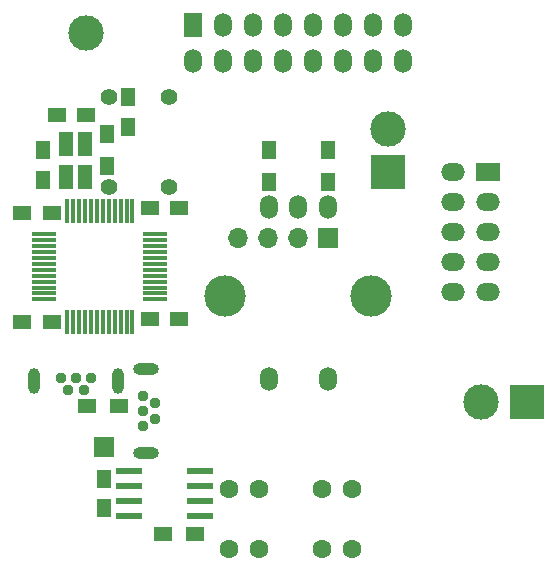
<source format=gbr>
G04 #@! TF.FileFunction,Soldermask,Bot*
%FSLAX46Y46*%
G04 Gerber Fmt 4.6, Leading zero omitted, Abs format (unit mm)*
G04 Created by KiCad (PCBNEW 4.0.5) date 03/20/17 17:49:22*
%MOMM*%
%LPD*%
G01*
G04 APERTURE LIST*
%ADD10C,0.100000*%
%ADD11C,1.397000*%
%ADD12O,1.500000X2.000000*%
%ADD13R,1.500000X2.000000*%
%ADD14O,2.000000X1.500000*%
%ADD15R,2.000000X1.500000*%
%ADD16R,1.500000X1.250000*%
%ADD17R,1.250000X1.500000*%
%ADD18R,1.500000X1.300000*%
%ADD19R,1.300000X1.500000*%
%ADD20C,1.600000*%
%ADD21C,3.000000*%
%ADD22R,0.300000X2.000000*%
%ADD23R,2.000000X0.300000*%
%ADD24R,2.200000X0.600000*%
%ADD25O,1.501140X1.998980*%
%ADD26C,3.500120*%
%ADD27C,0.950000*%
%ADD28O,1.000000X2.200000*%
%ADD29R,1.200000X2.000000*%
%ADD30O,2.200000X1.000000*%
%ADD31R,1.700000X1.700000*%
%ADD32O,1.700000X1.700000*%
%ADD33R,3.000000X3.000000*%
G04 APERTURE END LIST*
D10*
D11*
X139065000Y-90805000D03*
X133985000Y-90805000D03*
X139065000Y-83185000D03*
X133985000Y-83185000D03*
D12*
X158890000Y-80120000D03*
X158890000Y-77080000D03*
X156350000Y-77080000D03*
X156350000Y-80120000D03*
X153810000Y-80120000D03*
X153810000Y-77080000D03*
X151270000Y-77080000D03*
X151270000Y-80120000D03*
X148730000Y-80120000D03*
X148730000Y-77080000D03*
D13*
X141110000Y-77080000D03*
D12*
X141110000Y-80120000D03*
X143650000Y-77080000D03*
X143650000Y-80120000D03*
X146190000Y-77080000D03*
X146190000Y-80120000D03*
D14*
X166120000Y-99680000D03*
X163080000Y-99680000D03*
X163080000Y-97140000D03*
X166120000Y-97140000D03*
D15*
X166120000Y-89520000D03*
D14*
X163080000Y-89520000D03*
X166120000Y-92060000D03*
X163080000Y-92060000D03*
X166120000Y-94600000D03*
X163080000Y-94600000D03*
D16*
X132060000Y-84709000D03*
X129560000Y-84709000D03*
D17*
X135600000Y-85650000D03*
X135600000Y-83150000D03*
X133604000Y-117963000D03*
X133604000Y-115463000D03*
D18*
X138604000Y-120142000D03*
X141304000Y-120142000D03*
D19*
X147510500Y-87677000D03*
X147510500Y-90377000D03*
X152527000Y-87677000D03*
X152527000Y-90377000D03*
D20*
X152019000Y-121412000D03*
X152019000Y-116332000D03*
X154559000Y-121412000D03*
X154559000Y-116332000D03*
X144145000Y-121412000D03*
X144145000Y-116332000D03*
X146685000Y-121412000D03*
X146685000Y-116332000D03*
D21*
X157607000Y-85852000D03*
D22*
X130473000Y-92836000D03*
D23*
X137923000Y-94786000D03*
D22*
X135973000Y-102236000D03*
D23*
X128523000Y-100286000D03*
D22*
X130973000Y-92836000D03*
X131473000Y-92836000D03*
X131973000Y-92836000D03*
X132473000Y-92836000D03*
X132973000Y-92836000D03*
X133473000Y-92836000D03*
X133973000Y-92836000D03*
X134473000Y-92836000D03*
X134973000Y-92836000D03*
X135473000Y-92836000D03*
X135973000Y-92836000D03*
D23*
X137923000Y-95286000D03*
X137923000Y-95786000D03*
X137923000Y-96286000D03*
X137923000Y-96786000D03*
X137923000Y-97286000D03*
X137923000Y-97786000D03*
X137923000Y-98286000D03*
X137923000Y-98786000D03*
X137923000Y-99286000D03*
X137923000Y-99786000D03*
X137923000Y-100286000D03*
D22*
X135473000Y-102236000D03*
X134973000Y-102236000D03*
X134473000Y-102236000D03*
X133973000Y-102236000D03*
X133473000Y-102236000D03*
X132973000Y-102236000D03*
X132473000Y-102236000D03*
X131973000Y-102236000D03*
X131473000Y-102236000D03*
X130973000Y-102236000D03*
X130473000Y-102236000D03*
D23*
X128523000Y-99786000D03*
X128523000Y-99286000D03*
X128523000Y-98786000D03*
X128523000Y-98286000D03*
X128523000Y-97786000D03*
X128523000Y-97286000D03*
X128523000Y-96786000D03*
X128523000Y-96286000D03*
X128523000Y-95786000D03*
X128523000Y-95286000D03*
X128523000Y-94786000D03*
D24*
X135684000Y-118618000D03*
X135684000Y-117348000D03*
X135684000Y-116078000D03*
X135684000Y-114808000D03*
X141684000Y-114808000D03*
X141684000Y-116078000D03*
X141684000Y-117348000D03*
X141684000Y-118618000D03*
D25*
X152499360Y-92499380D03*
X150000000Y-92499380D03*
X147500640Y-92499380D03*
D26*
X156200140Y-100000000D03*
X143799860Y-100000000D03*
D25*
X152499360Y-107000240D03*
X147500640Y-107000240D03*
D19*
X133858000Y-88980000D03*
X133858000Y-86280000D03*
D17*
X128397000Y-90150000D03*
X128397000Y-87650000D03*
D27*
X131191000Y-106934000D03*
X132491000Y-106934000D03*
X131841000Y-107934000D03*
X130541000Y-107934000D03*
X129891000Y-106934000D03*
D28*
X127616000Y-107154000D03*
X134766000Y-107154000D03*
D18*
X132127000Y-109347000D03*
X134827000Y-109347000D03*
D29*
X130391000Y-89919000D03*
X130391000Y-87119000D03*
X131991000Y-89919000D03*
X131991000Y-87119000D03*
D16*
X129139000Y-102235000D03*
X126639000Y-102235000D03*
X129139000Y-92964000D03*
X126639000Y-92964000D03*
X137434000Y-101981000D03*
X139934000Y-101981000D03*
X137434000Y-92583000D03*
X139934000Y-92583000D03*
D27*
X136906000Y-109728000D03*
X136906000Y-111028000D03*
X137906000Y-110378000D03*
X137906000Y-109078000D03*
X136906000Y-108428000D03*
D30*
X137126000Y-106153000D03*
X137126000Y-113303000D03*
D31*
X152527000Y-95123000D03*
D32*
X149987000Y-95123000D03*
X147447000Y-95123000D03*
X144907000Y-95123000D03*
D33*
X169418000Y-108966000D03*
X157607000Y-89535000D03*
D21*
X132080000Y-77724000D03*
X165481000Y-108966000D03*
D31*
X133604000Y-112776000D03*
M02*

</source>
